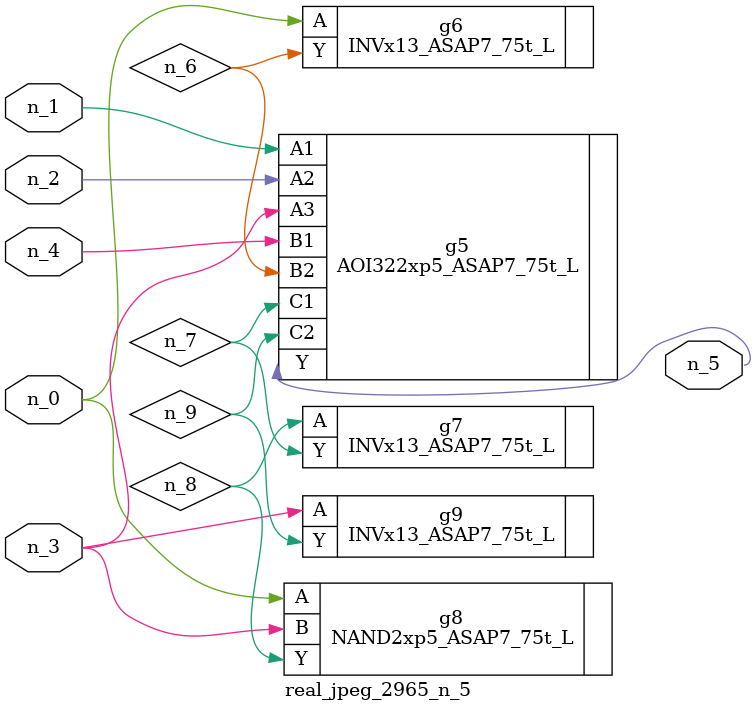
<source format=v>
module real_jpeg_2965_n_5 (n_4, n_0, n_1, n_2, n_3, n_5);

input n_4;
input n_0;
input n_1;
input n_2;
input n_3;

output n_5;

wire n_8;
wire n_6;
wire n_7;
wire n_9;

INVx13_ASAP7_75t_L g6 ( 
.A(n_0),
.Y(n_6)
);

NAND2xp5_ASAP7_75t_L g8 ( 
.A(n_0),
.B(n_3),
.Y(n_8)
);

AOI322xp5_ASAP7_75t_L g5 ( 
.A1(n_1),
.A2(n_2),
.A3(n_3),
.B1(n_4),
.B2(n_6),
.C1(n_7),
.C2(n_9),
.Y(n_5)
);

INVx13_ASAP7_75t_L g9 ( 
.A(n_3),
.Y(n_9)
);

INVx13_ASAP7_75t_L g7 ( 
.A(n_8),
.Y(n_7)
);


endmodule
</source>
